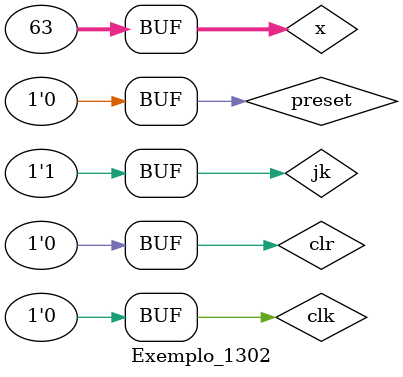
<source format=v>
/*
 Exemplo_1302.v - v0.0. - 30 / 10 / 2022
 Autor    : Gabriel Vargas Bento de Souza
 Matricula: 778023
 */

`include "FlipFlops.v"

/**
  Main
 */
module Exemplo_1302;
   wire q   [5:0];    // q
   wire qnot[5:0];    // qnot
   reg  jk;           // j k
   reg  clk;          // clock
   reg  preset;       // 0
   reg  clr;          // clear
   integer x;         // decimal correspondente

   
   // instancias
   jkff JK_1 (q[5], qnot[5], jk, jk, q[4], preset, clr);
   jkff JK_2 (q[4], qnot[4], jk, jk, q[3], preset, clr);
   jkff JK_3 (q[3], qnot[3], jk, jk, q[2], preset, clr);
   jkff JK_4 (q[2], qnot[2], jk, jk, q[1], preset, clr);
   jkff JK_5 (q[1], qnot[1], jk, jk, q[0], preset, clr);
   jkff JK_6 (q[0], qnot[0], jk, jk, clk , preset, clr);

   
   // valores iniciais
   initial begin: start
      jk     = 1'b1;
      clk    = 1'b0;
      preset = 1'b0;
      clr    = 1'b1;
   end

   // parte principal
   initial begin: main
       $display("Gabriel Vargas Bento de Souza - 778023");
       $display("Exemplo_1302");
       $display("\n(Up) Asynchronous counter - 6 bits \n");

       // monitoramento
       $display("[id]: a b c d e f");
       $monitor(" %2d  %2b %b %b %b %b %b", 
                 x, qnot[5], qnot[4], qnot[3], qnot[2], qnot[1], qnot[0]);

       // sinalizacao
       #1  clk = ~clk; clr = 1'b0;
       #1  clk = ~clk; clk = ~clk;
       #1  clk = ~clk; clk = ~clk;

       for (x = 0; x < 63; x=x+1)
        begin
            #1 clk = ~clk; clk = ~clk;
        end
   end
endmodule // Exemplo_1302

/*
gabriel@desktop-ubuntu:~/Desktop/CC-PUC/2periodo/ARQ1/Tarefas/Guia13$ vvp Exemplo_1302.vvp
Gabriel Vargas Bento de Souza - 778023
Exemplo_1302

(Up) Asynchronous counter - 6 bits 

[id]: a b c d e f
  x   1 1 1 1 1 1
  x   1 1 1 1 1 0
  x   1 1 1 1 1 1
  0   0 0 0 0 0 0
  1   0 0 0 0 0 1
  2   0 0 0 0 1 0
  3   0 0 0 0 1 1
  4   0 0 0 1 0 0
  5   0 0 0 1 0 1
  6   0 0 0 1 1 0
  7   0 0 0 1 1 1
  8   0 0 1 0 0 0
  9   0 0 1 0 0 1
 10   0 0 1 0 1 0
 11   0 0 1 0 1 1
 12   0 0 1 1 0 0
 13   0 0 1 1 0 1
 14   0 0 1 1 1 0
 15   0 0 1 1 1 1
 16   0 1 0 0 0 0
 17   0 1 0 0 0 1
 18   0 1 0 0 1 0
 19   0 1 0 0 1 1
 20   0 1 0 1 0 0
 21   0 1 0 1 0 1
 22   0 1 0 1 1 0
 23   0 1 0 1 1 1
 24   0 1 1 0 0 0
 25   0 1 1 0 0 1
 26   0 1 1 0 1 0
 27   0 1 1 0 1 1
 28   0 1 1 1 0 0
 29   0 1 1 1 0 1
 30   0 1 1 1 1 0
 31   0 1 1 1 1 1
 32   1 0 0 0 0 0
 33   1 0 0 0 0 1
 34   1 0 0 0 1 0
 35   1 0 0 0 1 1
 36   1 0 0 1 0 0
 37   1 0 0 1 0 1
 38   1 0 0 1 1 0
 39   1 0 0 1 1 1
 40   1 0 1 0 0 0
 41   1 0 1 0 0 1
 42   1 0 1 0 1 0
 43   1 0 1 0 1 1
 44   1 0 1 1 0 0
 45   1 0 1 1 0 1
 46   1 0 1 1 1 0
 47   1 0 1 1 1 1
 48   1 1 0 0 0 0
 49   1 1 0 0 0 1
 50   1 1 0 0 1 0
 51   1 1 0 0 1 1
 52   1 1 0 1 0 0
 53   1 1 0 1 0 1
 54   1 1 0 1 1 0
 55   1 1 0 1 1 1
 56   1 1 1 0 0 0
 57   1 1 1 0 0 1
 58   1 1 1 0 1 0
 59   1 1 1 0 1 1
 60   1 1 1 1 0 0
 61   1 1 1 1 0 1
 62   1 1 1 1 1 0
 63   1 1 1 1 1 1

*/
</source>
